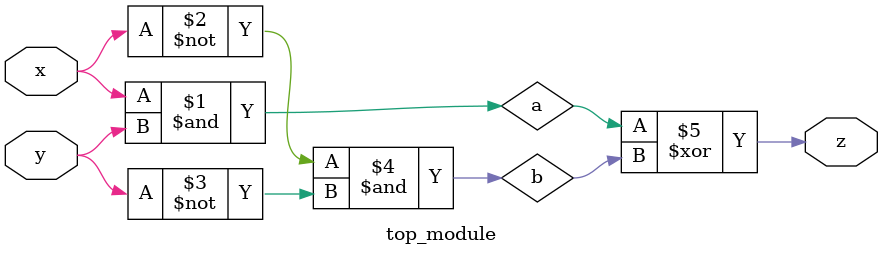
<source format=sv>
module top_module(
    input x,
    input y,
    output z
);

    wire a;
    wire b;

    assign a = x & y;  // AND gate to calculate a
    assign b = ~x & ~y;  // NAND gate to calculate b
    assign z = a ^ b;  // XOR gate to calculate z

endmodule

</source>
